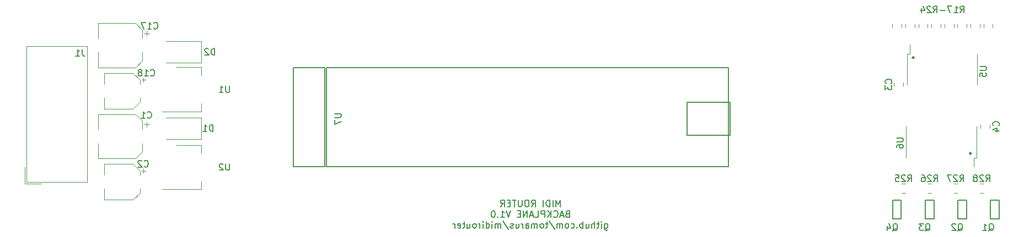
<source format=gbr>
G04 #@! TF.GenerationSoftware,KiCad,Pcbnew,5.0.2+dfsg1-1*
G04 #@! TF.CreationDate,2020-04-26T20:47:29+02:00*
G04 #@! TF.ProjectId,midirouter,6d696469-726f-4757-9465-722e6b696361,rev?*
G04 #@! TF.SameCoordinates,Original*
G04 #@! TF.FileFunction,Legend,Bot*
G04 #@! TF.FilePolarity,Positive*
%FSLAX46Y46*%
G04 Gerber Fmt 4.6, Leading zero omitted, Abs format (unit mm)*
G04 Created by KiCad (PCBNEW 5.0.2+dfsg1-1) date Sun 26 Apr 2020 08:47:29 PM CEST*
%MOMM*%
%LPD*%
G01*
G04 APERTURE LIST*
%ADD10C,0.300000*%
%ADD11C,0.150000*%
%ADD12C,0.120000*%
%ADD13C,0.152400*%
G04 APERTURE END LIST*
D10*
X172250000Y-73535714D02*
X172178571Y-73607142D01*
X172250000Y-73678571D01*
X172321428Y-73607142D01*
X172250000Y-73535714D01*
X172250000Y-73678571D01*
X163500000Y-58785714D02*
X163428571Y-58857142D01*
X163500000Y-58928571D01*
X163571428Y-58857142D01*
X163500000Y-58785714D01*
X163500000Y-58928571D01*
D11*
X109321428Y-81802380D02*
X109321428Y-80802380D01*
X108988095Y-81516666D01*
X108654761Y-80802380D01*
X108654761Y-81802380D01*
X108178571Y-81802380D02*
X108178571Y-80802380D01*
X107702380Y-81802380D02*
X107702380Y-80802380D01*
X107464285Y-80802380D01*
X107321428Y-80850000D01*
X107226190Y-80945238D01*
X107178571Y-81040476D01*
X107130952Y-81230952D01*
X107130952Y-81373809D01*
X107178571Y-81564285D01*
X107226190Y-81659523D01*
X107321428Y-81754761D01*
X107464285Y-81802380D01*
X107702380Y-81802380D01*
X106702380Y-81802380D02*
X106702380Y-80802380D01*
X104892857Y-81802380D02*
X105226190Y-81326190D01*
X105464285Y-81802380D02*
X105464285Y-80802380D01*
X105083333Y-80802380D01*
X104988095Y-80850000D01*
X104940476Y-80897619D01*
X104892857Y-80992857D01*
X104892857Y-81135714D01*
X104940476Y-81230952D01*
X104988095Y-81278571D01*
X105083333Y-81326190D01*
X105464285Y-81326190D01*
X104273809Y-80802380D02*
X104083333Y-80802380D01*
X103988095Y-80850000D01*
X103892857Y-80945238D01*
X103845238Y-81135714D01*
X103845238Y-81469047D01*
X103892857Y-81659523D01*
X103988095Y-81754761D01*
X104083333Y-81802380D01*
X104273809Y-81802380D01*
X104369047Y-81754761D01*
X104464285Y-81659523D01*
X104511904Y-81469047D01*
X104511904Y-81135714D01*
X104464285Y-80945238D01*
X104369047Y-80850000D01*
X104273809Y-80802380D01*
X103416666Y-80802380D02*
X103416666Y-81611904D01*
X103369047Y-81707142D01*
X103321428Y-81754761D01*
X103226190Y-81802380D01*
X103035714Y-81802380D01*
X102940476Y-81754761D01*
X102892857Y-81707142D01*
X102845238Y-81611904D01*
X102845238Y-80802380D01*
X102511904Y-80802380D02*
X101940476Y-80802380D01*
X102226190Y-81802380D02*
X102226190Y-80802380D01*
X101607142Y-81278571D02*
X101273809Y-81278571D01*
X101130952Y-81802380D02*
X101607142Y-81802380D01*
X101607142Y-80802380D01*
X101130952Y-80802380D01*
X100130952Y-81802380D02*
X100464285Y-81326190D01*
X100702380Y-81802380D02*
X100702380Y-80802380D01*
X100321428Y-80802380D01*
X100226190Y-80850000D01*
X100178571Y-80897619D01*
X100130952Y-80992857D01*
X100130952Y-81135714D01*
X100178571Y-81230952D01*
X100226190Y-81278571D01*
X100321428Y-81326190D01*
X100702380Y-81326190D01*
X110416666Y-82928571D02*
X110273809Y-82976190D01*
X110226190Y-83023809D01*
X110178571Y-83119047D01*
X110178571Y-83261904D01*
X110226190Y-83357142D01*
X110273809Y-83404761D01*
X110369047Y-83452380D01*
X110750000Y-83452380D01*
X110750000Y-82452380D01*
X110416666Y-82452380D01*
X110321428Y-82500000D01*
X110273809Y-82547619D01*
X110226190Y-82642857D01*
X110226190Y-82738095D01*
X110273809Y-82833333D01*
X110321428Y-82880952D01*
X110416666Y-82928571D01*
X110750000Y-82928571D01*
X109797619Y-83166666D02*
X109321428Y-83166666D01*
X109892857Y-83452380D02*
X109559523Y-82452380D01*
X109226190Y-83452380D01*
X108321428Y-83357142D02*
X108369047Y-83404761D01*
X108511904Y-83452380D01*
X108607142Y-83452380D01*
X108750000Y-83404761D01*
X108845238Y-83309523D01*
X108892857Y-83214285D01*
X108940476Y-83023809D01*
X108940476Y-82880952D01*
X108892857Y-82690476D01*
X108845238Y-82595238D01*
X108750000Y-82500000D01*
X108607142Y-82452380D01*
X108511904Y-82452380D01*
X108369047Y-82500000D01*
X108321428Y-82547619D01*
X107892857Y-83452380D02*
X107892857Y-82452380D01*
X107321428Y-83452380D02*
X107750000Y-82880952D01*
X107321428Y-82452380D02*
X107892857Y-83023809D01*
X106892857Y-83452380D02*
X106892857Y-82452380D01*
X106511904Y-82452380D01*
X106416666Y-82500000D01*
X106369047Y-82547619D01*
X106321428Y-82642857D01*
X106321428Y-82785714D01*
X106369047Y-82880952D01*
X106416666Y-82928571D01*
X106511904Y-82976190D01*
X106892857Y-82976190D01*
X105416666Y-83452380D02*
X105892857Y-83452380D01*
X105892857Y-82452380D01*
X105130952Y-83166666D02*
X104654761Y-83166666D01*
X105226190Y-83452380D02*
X104892857Y-82452380D01*
X104559523Y-83452380D01*
X104226190Y-83452380D02*
X104226190Y-82452380D01*
X103654761Y-83452380D01*
X103654761Y-82452380D01*
X103178571Y-82928571D02*
X102845238Y-82928571D01*
X102702380Y-83452380D02*
X103178571Y-83452380D01*
X103178571Y-82452380D01*
X102702380Y-82452380D01*
X101654761Y-82452380D02*
X101321428Y-83452380D01*
X100988095Y-82452380D01*
X100130952Y-83452380D02*
X100702380Y-83452380D01*
X100416666Y-83452380D02*
X100416666Y-82452380D01*
X100511904Y-82595238D01*
X100607142Y-82690476D01*
X100702380Y-82738095D01*
X99702380Y-83357142D02*
X99654761Y-83404761D01*
X99702380Y-83452380D01*
X99750000Y-83404761D01*
X99702380Y-83357142D01*
X99702380Y-83452380D01*
X99035714Y-82452380D02*
X98940476Y-82452380D01*
X98845238Y-82500000D01*
X98797619Y-82547619D01*
X98750000Y-82642857D01*
X98702380Y-82833333D01*
X98702380Y-83071428D01*
X98750000Y-83261904D01*
X98797619Y-83357142D01*
X98845238Y-83404761D01*
X98940476Y-83452380D01*
X99035714Y-83452380D01*
X99130952Y-83404761D01*
X99178571Y-83357142D01*
X99226190Y-83261904D01*
X99273809Y-83071428D01*
X99273809Y-82833333D01*
X99226190Y-82642857D01*
X99178571Y-82547619D01*
X99130952Y-82500000D01*
X99035714Y-82452380D01*
X116107142Y-84435714D02*
X116107142Y-85245238D01*
X116154761Y-85340476D01*
X116202380Y-85388095D01*
X116297619Y-85435714D01*
X116440476Y-85435714D01*
X116535714Y-85388095D01*
X116107142Y-85054761D02*
X116202380Y-85102380D01*
X116392857Y-85102380D01*
X116488095Y-85054761D01*
X116535714Y-85007142D01*
X116583333Y-84911904D01*
X116583333Y-84626190D01*
X116535714Y-84530952D01*
X116488095Y-84483333D01*
X116392857Y-84435714D01*
X116202380Y-84435714D01*
X116107142Y-84483333D01*
X115630952Y-85102380D02*
X115630952Y-84435714D01*
X115630952Y-84102380D02*
X115678571Y-84150000D01*
X115630952Y-84197619D01*
X115583333Y-84150000D01*
X115630952Y-84102380D01*
X115630952Y-84197619D01*
X115297619Y-84435714D02*
X114916666Y-84435714D01*
X115154761Y-84102380D02*
X115154761Y-84959523D01*
X115107142Y-85054761D01*
X115011904Y-85102380D01*
X114916666Y-85102380D01*
X114583333Y-85102380D02*
X114583333Y-84102380D01*
X114154761Y-85102380D02*
X114154761Y-84578571D01*
X114202380Y-84483333D01*
X114297619Y-84435714D01*
X114440476Y-84435714D01*
X114535714Y-84483333D01*
X114583333Y-84530952D01*
X113250000Y-84435714D02*
X113250000Y-85102380D01*
X113678571Y-84435714D02*
X113678571Y-84959523D01*
X113630952Y-85054761D01*
X113535714Y-85102380D01*
X113392857Y-85102380D01*
X113297619Y-85054761D01*
X113250000Y-85007142D01*
X112773809Y-85102380D02*
X112773809Y-84102380D01*
X112773809Y-84483333D02*
X112678571Y-84435714D01*
X112488095Y-84435714D01*
X112392857Y-84483333D01*
X112345238Y-84530952D01*
X112297619Y-84626190D01*
X112297619Y-84911904D01*
X112345238Y-85007142D01*
X112392857Y-85054761D01*
X112488095Y-85102380D01*
X112678571Y-85102380D01*
X112773809Y-85054761D01*
X111869047Y-85007142D02*
X111821428Y-85054761D01*
X111869047Y-85102380D01*
X111916666Y-85054761D01*
X111869047Y-85007142D01*
X111869047Y-85102380D01*
X110964285Y-85054761D02*
X111059523Y-85102380D01*
X111250000Y-85102380D01*
X111345238Y-85054761D01*
X111392857Y-85007142D01*
X111440476Y-84911904D01*
X111440476Y-84626190D01*
X111392857Y-84530952D01*
X111345238Y-84483333D01*
X111250000Y-84435714D01*
X111059523Y-84435714D01*
X110964285Y-84483333D01*
X110392857Y-85102380D02*
X110488095Y-85054761D01*
X110535714Y-85007142D01*
X110583333Y-84911904D01*
X110583333Y-84626190D01*
X110535714Y-84530952D01*
X110488095Y-84483333D01*
X110392857Y-84435714D01*
X110250000Y-84435714D01*
X110154761Y-84483333D01*
X110107142Y-84530952D01*
X110059523Y-84626190D01*
X110059523Y-84911904D01*
X110107142Y-85007142D01*
X110154761Y-85054761D01*
X110250000Y-85102380D01*
X110392857Y-85102380D01*
X109630952Y-85102380D02*
X109630952Y-84435714D01*
X109630952Y-84530952D02*
X109583333Y-84483333D01*
X109488095Y-84435714D01*
X109345238Y-84435714D01*
X109250000Y-84483333D01*
X109202380Y-84578571D01*
X109202380Y-85102380D01*
X109202380Y-84578571D02*
X109154761Y-84483333D01*
X109059523Y-84435714D01*
X108916666Y-84435714D01*
X108821428Y-84483333D01*
X108773809Y-84578571D01*
X108773809Y-85102380D01*
X107583333Y-84054761D02*
X108440476Y-85340476D01*
X107392857Y-84435714D02*
X107011904Y-84435714D01*
X107250000Y-84102380D02*
X107250000Y-84959523D01*
X107202380Y-85054761D01*
X107107142Y-85102380D01*
X107011904Y-85102380D01*
X106535714Y-85102380D02*
X106630952Y-85054761D01*
X106678571Y-85007142D01*
X106726190Y-84911904D01*
X106726190Y-84626190D01*
X106678571Y-84530952D01*
X106630952Y-84483333D01*
X106535714Y-84435714D01*
X106392857Y-84435714D01*
X106297619Y-84483333D01*
X106250000Y-84530952D01*
X106202380Y-84626190D01*
X106202380Y-84911904D01*
X106250000Y-85007142D01*
X106297619Y-85054761D01*
X106392857Y-85102380D01*
X106535714Y-85102380D01*
X105773809Y-85102380D02*
X105773809Y-84435714D01*
X105773809Y-84530952D02*
X105726190Y-84483333D01*
X105630952Y-84435714D01*
X105488095Y-84435714D01*
X105392857Y-84483333D01*
X105345238Y-84578571D01*
X105345238Y-85102380D01*
X105345238Y-84578571D02*
X105297619Y-84483333D01*
X105202380Y-84435714D01*
X105059523Y-84435714D01*
X104964285Y-84483333D01*
X104916666Y-84578571D01*
X104916666Y-85102380D01*
X104011904Y-85102380D02*
X104011904Y-84578571D01*
X104059523Y-84483333D01*
X104154761Y-84435714D01*
X104345238Y-84435714D01*
X104440476Y-84483333D01*
X104011904Y-85054761D02*
X104107142Y-85102380D01*
X104345238Y-85102380D01*
X104440476Y-85054761D01*
X104488095Y-84959523D01*
X104488095Y-84864285D01*
X104440476Y-84769047D01*
X104345238Y-84721428D01*
X104107142Y-84721428D01*
X104011904Y-84673809D01*
X103535714Y-85102380D02*
X103535714Y-84435714D01*
X103535714Y-84626190D02*
X103488095Y-84530952D01*
X103440476Y-84483333D01*
X103345238Y-84435714D01*
X103250000Y-84435714D01*
X102488095Y-84435714D02*
X102488095Y-85102380D01*
X102916666Y-84435714D02*
X102916666Y-84959523D01*
X102869047Y-85054761D01*
X102773809Y-85102380D01*
X102630952Y-85102380D01*
X102535714Y-85054761D01*
X102488095Y-85007142D01*
X102059523Y-85054761D02*
X101964285Y-85102380D01*
X101773809Y-85102380D01*
X101678571Y-85054761D01*
X101630952Y-84959523D01*
X101630952Y-84911904D01*
X101678571Y-84816666D01*
X101773809Y-84769047D01*
X101916666Y-84769047D01*
X102011904Y-84721428D01*
X102059523Y-84626190D01*
X102059523Y-84578571D01*
X102011904Y-84483333D01*
X101916666Y-84435714D01*
X101773809Y-84435714D01*
X101678571Y-84483333D01*
X100488095Y-84054761D02*
X101345238Y-85340476D01*
X100154761Y-85102380D02*
X100154761Y-84435714D01*
X100154761Y-84530952D02*
X100107142Y-84483333D01*
X100011904Y-84435714D01*
X99869047Y-84435714D01*
X99773809Y-84483333D01*
X99726190Y-84578571D01*
X99726190Y-85102380D01*
X99726190Y-84578571D02*
X99678571Y-84483333D01*
X99583333Y-84435714D01*
X99440476Y-84435714D01*
X99345238Y-84483333D01*
X99297619Y-84578571D01*
X99297619Y-85102380D01*
X98821428Y-85102380D02*
X98821428Y-84435714D01*
X98821428Y-84102380D02*
X98869047Y-84150000D01*
X98821428Y-84197619D01*
X98773809Y-84150000D01*
X98821428Y-84102380D01*
X98821428Y-84197619D01*
X97916666Y-85102380D02*
X97916666Y-84102380D01*
X97916666Y-85054761D02*
X98011904Y-85102380D01*
X98202380Y-85102380D01*
X98297619Y-85054761D01*
X98345238Y-85007142D01*
X98392857Y-84911904D01*
X98392857Y-84626190D01*
X98345238Y-84530952D01*
X98297619Y-84483333D01*
X98202380Y-84435714D01*
X98011904Y-84435714D01*
X97916666Y-84483333D01*
X97440476Y-85102380D02*
X97440476Y-84435714D01*
X97440476Y-84102380D02*
X97488095Y-84150000D01*
X97440476Y-84197619D01*
X97392857Y-84150000D01*
X97440476Y-84102380D01*
X97440476Y-84197619D01*
X96964285Y-85102380D02*
X96964285Y-84435714D01*
X96964285Y-84626190D02*
X96916666Y-84530952D01*
X96869047Y-84483333D01*
X96773809Y-84435714D01*
X96678571Y-84435714D01*
X96202380Y-85102380D02*
X96297619Y-85054761D01*
X96345238Y-85007142D01*
X96392857Y-84911904D01*
X96392857Y-84626190D01*
X96345238Y-84530952D01*
X96297619Y-84483333D01*
X96202380Y-84435714D01*
X96059523Y-84435714D01*
X95964285Y-84483333D01*
X95916666Y-84530952D01*
X95869047Y-84626190D01*
X95869047Y-84911904D01*
X95916666Y-85007142D01*
X95964285Y-85054761D01*
X96059523Y-85102380D01*
X96202380Y-85102380D01*
X95011904Y-84435714D02*
X95011904Y-85102380D01*
X95440476Y-84435714D02*
X95440476Y-84959523D01*
X95392857Y-85054761D01*
X95297619Y-85102380D01*
X95154761Y-85102380D01*
X95059523Y-85054761D01*
X95011904Y-85007142D01*
X94678571Y-84435714D02*
X94297619Y-84435714D01*
X94535714Y-84102380D02*
X94535714Y-84959523D01*
X94488095Y-85054761D01*
X94392857Y-85102380D01*
X94297619Y-85102380D01*
X93583333Y-85054761D02*
X93678571Y-85102380D01*
X93869047Y-85102380D01*
X93964285Y-85054761D01*
X94011904Y-84959523D01*
X94011904Y-84578571D01*
X93964285Y-84483333D01*
X93869047Y-84435714D01*
X93678571Y-84435714D01*
X93583333Y-84483333D01*
X93535714Y-84578571D01*
X93535714Y-84673809D01*
X94011904Y-84769047D01*
X93107142Y-85102380D02*
X93107142Y-84435714D01*
X93107142Y-84626190D02*
X93059523Y-84530952D01*
X93011904Y-84483333D01*
X92916666Y-84435714D01*
X92821428Y-84435714D01*
X170714285Y-51952380D02*
X171047619Y-51476190D01*
X171285714Y-51952380D02*
X171285714Y-50952380D01*
X170904761Y-50952380D01*
X170809523Y-51000000D01*
X170761904Y-51047619D01*
X170714285Y-51142857D01*
X170714285Y-51285714D01*
X170761904Y-51380952D01*
X170809523Y-51428571D01*
X170904761Y-51476190D01*
X171285714Y-51476190D01*
X169761904Y-51952380D02*
X170333333Y-51952380D01*
X170047619Y-51952380D02*
X170047619Y-50952380D01*
X170142857Y-51095238D01*
X170238095Y-51190476D01*
X170333333Y-51238095D01*
X169428571Y-50952380D02*
X168761904Y-50952380D01*
X169190476Y-51952380D01*
X168380952Y-51571428D02*
X167619047Y-51571428D01*
X166571428Y-51952380D02*
X166904761Y-51476190D01*
X167142857Y-51952380D02*
X167142857Y-50952380D01*
X166761904Y-50952380D01*
X166666666Y-51000000D01*
X166619047Y-51047619D01*
X166571428Y-51142857D01*
X166571428Y-51285714D01*
X166619047Y-51380952D01*
X166666666Y-51428571D01*
X166761904Y-51476190D01*
X167142857Y-51476190D01*
X166190476Y-51047619D02*
X166142857Y-51000000D01*
X166047619Y-50952380D01*
X165809523Y-50952380D01*
X165714285Y-51000000D01*
X165666666Y-51047619D01*
X165619047Y-51142857D01*
X165619047Y-51238095D01*
X165666666Y-51380952D01*
X166238095Y-51952380D01*
X165619047Y-51952380D01*
X164761904Y-51285714D02*
X164761904Y-51952380D01*
X165000000Y-50904761D02*
X165238095Y-51619047D01*
X164619047Y-51619047D01*
D12*
G04 #@! TO.C,J1*
X36679000Y-77994000D02*
X36679000Y-57134000D01*
X36679000Y-57134000D02*
X27329000Y-57134000D01*
X27329000Y-57134000D02*
X27329000Y-77994000D01*
X27329000Y-77994000D02*
X36679000Y-77994000D01*
X27079000Y-78244000D02*
X27079000Y-75704000D01*
X27079000Y-78244000D02*
X29619000Y-78244000D01*
D11*
G04 #@! TO.C,U7*
X73174000Y-60396000D02*
X68348000Y-60396000D01*
X68348000Y-60396000D02*
X68348000Y-75636000D01*
X68348000Y-75636000D02*
X73174000Y-75636000D01*
X73174000Y-75636000D02*
X73174000Y-60396000D01*
X135404000Y-65730000D02*
X128800000Y-65730000D01*
X128800000Y-65730000D02*
X128800000Y-70810000D01*
X128800000Y-70810000D02*
X135404000Y-70810000D01*
X135404000Y-70810000D02*
X135404000Y-65730000D01*
X73428000Y-60396000D02*
X135150000Y-60396000D01*
X135150000Y-60396000D02*
X135150000Y-75636000D01*
X135150000Y-75636000D02*
X73428000Y-75636000D01*
X73428000Y-75636000D02*
X73428000Y-60396000D01*
D12*
G04 #@! TO.C,U5*
X173340000Y-58280000D02*
X173340000Y-63080000D01*
X162540000Y-58280000D02*
X162540000Y-63080000D01*
X162940000Y-58280000D02*
X162940000Y-56880000D01*
X162540000Y-58280000D02*
X162940000Y-58280000D01*
G04 #@! TO.C,U6*
X173210000Y-74265000D02*
X172810000Y-74265000D01*
X172810000Y-74265000D02*
X172810000Y-75665000D01*
X173210000Y-74265000D02*
X173210000Y-69465000D01*
X162410000Y-74265000D02*
X162410000Y-69465000D01*
D13*
G04 #@! TO.C,Q1*
X176660400Y-80827600D02*
X175339600Y-80827600D01*
X175339600Y-80827600D02*
X175339600Y-83672400D01*
X175339600Y-83672400D02*
X176660400Y-83672400D01*
X176660400Y-83672400D02*
X176660400Y-80827600D01*
G04 #@! TO.C,Q2*
X171660400Y-83672400D02*
X171660400Y-80827600D01*
X170339600Y-83672400D02*
X171660400Y-83672400D01*
X170339600Y-80827600D02*
X170339600Y-83672400D01*
X171660400Y-80827600D02*
X170339600Y-80827600D01*
G04 #@! TO.C,Q3*
X166660400Y-80827600D02*
X165339600Y-80827600D01*
X165339600Y-80827600D02*
X165339600Y-83672400D01*
X165339600Y-83672400D02*
X166660400Y-83672400D01*
X166660400Y-83672400D02*
X166660400Y-80827600D01*
G04 #@! TO.C,Q4*
X161660400Y-80827600D02*
X160339600Y-80827600D01*
X160339600Y-80827600D02*
X160339600Y-83672400D01*
X160339600Y-83672400D02*
X161660400Y-83672400D01*
X161660400Y-83672400D02*
X161660400Y-80827600D01*
D12*
G04 #@! TO.C,R25*
X161738748Y-79710000D02*
X162261252Y-79710000D01*
X161738748Y-78290000D02*
X162261252Y-78290000D01*
G04 #@! TO.C,R26*
X165738748Y-79710000D02*
X166261252Y-79710000D01*
X165738748Y-78290000D02*
X166261252Y-78290000D01*
G04 #@! TO.C,R27*
X169738748Y-78290000D02*
X170261252Y-78290000D01*
X169738748Y-79710000D02*
X170261252Y-79710000D01*
G04 #@! TO.C,R28*
X173738748Y-79710000D02*
X174261252Y-79710000D01*
X173738748Y-78290000D02*
X174261252Y-78290000D01*
G04 #@! TO.C,R17*
X160290000Y-53738748D02*
X160290000Y-54261252D01*
X161710000Y-53738748D02*
X161710000Y-54261252D01*
G04 #@! TO.C,R18*
X163710000Y-53738748D02*
X163710000Y-54261252D01*
X162290000Y-53738748D02*
X162290000Y-54261252D01*
G04 #@! TO.C,R19*
X164290000Y-53738748D02*
X164290000Y-54261252D01*
X165710000Y-53738748D02*
X165710000Y-54261252D01*
G04 #@! TO.C,R20*
X167710000Y-53738748D02*
X167710000Y-54261252D01*
X166290000Y-53738748D02*
X166290000Y-54261252D01*
G04 #@! TO.C,R21*
X168290000Y-53738748D02*
X168290000Y-54261252D01*
X169710000Y-53738748D02*
X169710000Y-54261252D01*
G04 #@! TO.C,R22*
X171710000Y-53738748D02*
X171710000Y-54261252D01*
X170290000Y-53738748D02*
X170290000Y-54261252D01*
G04 #@! TO.C,R23*
X172290000Y-53738748D02*
X172290000Y-54261252D01*
X173710000Y-53738748D02*
X173710000Y-54261252D01*
G04 #@! TO.C,R24*
X175710000Y-53738748D02*
X175710000Y-54261252D01*
X174290000Y-53738748D02*
X174290000Y-54261252D01*
G04 #@! TO.C,U1*
X54160000Y-60340000D02*
X54160000Y-61600000D01*
X54160000Y-67160000D02*
X54160000Y-65900000D01*
X50400000Y-60340000D02*
X54160000Y-60340000D01*
X48150000Y-67160000D02*
X54160000Y-67160000D01*
G04 #@! TO.C,U2*
X48150000Y-79160000D02*
X54160000Y-79160000D01*
X50400000Y-72340000D02*
X54160000Y-72340000D01*
X54160000Y-79160000D02*
X54160000Y-77900000D01*
X54160000Y-72340000D02*
X54160000Y-73600000D01*
G04 #@! TO.C,D1*
X54150000Y-68100000D02*
X54150000Y-71400000D01*
X54150000Y-71400000D02*
X48750000Y-71400000D01*
X54150000Y-68100000D02*
X48750000Y-68100000D01*
G04 #@! TO.C,D2*
X54150000Y-56350000D02*
X48750000Y-56350000D01*
X54150000Y-59650000D02*
X48750000Y-59650000D01*
X54150000Y-56350000D02*
X54150000Y-59650000D01*
G04 #@! TO.C,C3*
X161960000Y-63258578D02*
X161960000Y-62741422D01*
X160540000Y-63258578D02*
X160540000Y-62741422D01*
G04 #@! TO.C,C4*
X175210000Y-69241422D02*
X175210000Y-69758578D01*
X173790000Y-69241422D02*
X173790000Y-69758578D01*
G04 #@! TO.C,C1*
X45793750Y-68758750D02*
X45793750Y-69546250D01*
X46187500Y-69152500D02*
X45400000Y-69152500D01*
X45160000Y-73345563D02*
X44095563Y-74410000D01*
X45160000Y-68654437D02*
X44095563Y-67590000D01*
X45160000Y-68654437D02*
X45160000Y-69940000D01*
X45160000Y-73345563D02*
X45160000Y-72060000D01*
X44095563Y-74410000D02*
X38340000Y-74410000D01*
X44095563Y-67590000D02*
X38340000Y-67590000D01*
X38340000Y-67590000D02*
X38340000Y-69940000D01*
X38340000Y-74410000D02*
X38340000Y-72060000D01*
G04 #@! TO.C,C2*
X45312500Y-76002500D02*
X45312500Y-76627500D01*
X45625000Y-76315000D02*
X45000000Y-76315000D01*
X44760000Y-79695563D02*
X43695563Y-80760000D01*
X44760000Y-76304437D02*
X43695563Y-75240000D01*
X44760000Y-76304437D02*
X44760000Y-76940000D01*
X44760000Y-79695563D02*
X44760000Y-79060000D01*
X43695563Y-80760000D02*
X39240000Y-80760000D01*
X43695563Y-75240000D02*
X39240000Y-75240000D01*
X39240000Y-75240000D02*
X39240000Y-76940000D01*
X39240000Y-80760000D02*
X39240000Y-79060000D01*
G04 #@! TO.C,C17*
X38340000Y-60410000D02*
X38340000Y-58060000D01*
X38340000Y-53590000D02*
X38340000Y-55940000D01*
X44095563Y-53590000D02*
X38340000Y-53590000D01*
X44095563Y-60410000D02*
X38340000Y-60410000D01*
X45160000Y-59345563D02*
X45160000Y-58060000D01*
X45160000Y-54654437D02*
X45160000Y-55940000D01*
X45160000Y-54654437D02*
X44095563Y-53590000D01*
X45160000Y-59345563D02*
X44095563Y-60410000D01*
X46187500Y-55152500D02*
X45400000Y-55152500D01*
X45793750Y-54758750D02*
X45793750Y-55546250D01*
G04 #@! TO.C,C18*
X39240000Y-66760000D02*
X39240000Y-65060000D01*
X39240000Y-61240000D02*
X39240000Y-62940000D01*
X43695563Y-61240000D02*
X39240000Y-61240000D01*
X43695563Y-66760000D02*
X39240000Y-66760000D01*
X44760000Y-65695563D02*
X44760000Y-65060000D01*
X44760000Y-62304437D02*
X44760000Y-62940000D01*
X44760000Y-62304437D02*
X43695563Y-61240000D01*
X44760000Y-65695563D02*
X43695563Y-66760000D01*
X45625000Y-62315000D02*
X45000000Y-62315000D01*
X45312500Y-62002500D02*
X45312500Y-62627500D01*
G04 #@! TO.C,J1*
D11*
X35893333Y-57618380D02*
X35893333Y-58332666D01*
X35940952Y-58475523D01*
X36036190Y-58570761D01*
X36179047Y-58618380D01*
X36274285Y-58618380D01*
X34893333Y-58618380D02*
X35464761Y-58618380D01*
X35179047Y-58618380D02*
X35179047Y-57618380D01*
X35274285Y-57761238D01*
X35369523Y-57856476D01*
X35464761Y-57904095D01*
G04 #@! TO.C,U7*
X74658380Y-67508095D02*
X75467904Y-67508095D01*
X75563142Y-67555714D01*
X75610761Y-67603333D01*
X75658380Y-67698571D01*
X75658380Y-67889047D01*
X75610761Y-67984285D01*
X75563142Y-68031904D01*
X75467904Y-68079523D01*
X74658380Y-68079523D01*
X74658380Y-68460476D02*
X74658380Y-69127142D01*
X75658380Y-68698571D01*
G04 #@! TO.C,U5*
X173702380Y-60238095D02*
X174511904Y-60238095D01*
X174607142Y-60285714D01*
X174654761Y-60333333D01*
X174702380Y-60428571D01*
X174702380Y-60619047D01*
X174654761Y-60714285D01*
X174607142Y-60761904D01*
X174511904Y-60809523D01*
X173702380Y-60809523D01*
X173702380Y-61761904D02*
X173702380Y-61285714D01*
X174178571Y-61238095D01*
X174130952Y-61285714D01*
X174083333Y-61380952D01*
X174083333Y-61619047D01*
X174130952Y-61714285D01*
X174178571Y-61761904D01*
X174273809Y-61809523D01*
X174511904Y-61809523D01*
X174607142Y-61761904D01*
X174654761Y-61714285D01*
X174702380Y-61619047D01*
X174702380Y-61380952D01*
X174654761Y-61285714D01*
X174607142Y-61238095D01*
G04 #@! TO.C,U6*
X160952380Y-71238095D02*
X161761904Y-71238095D01*
X161857142Y-71285714D01*
X161904761Y-71333333D01*
X161952380Y-71428571D01*
X161952380Y-71619047D01*
X161904761Y-71714285D01*
X161857142Y-71761904D01*
X161761904Y-71809523D01*
X160952380Y-71809523D01*
X160952380Y-72714285D02*
X160952380Y-72523809D01*
X161000000Y-72428571D01*
X161047619Y-72380952D01*
X161190476Y-72285714D01*
X161380952Y-72238095D01*
X161761904Y-72238095D01*
X161857142Y-72285714D01*
X161904761Y-72333333D01*
X161952380Y-72428571D01*
X161952380Y-72619047D01*
X161904761Y-72714285D01*
X161857142Y-72761904D01*
X161761904Y-72809523D01*
X161523809Y-72809523D01*
X161428571Y-72761904D01*
X161380952Y-72714285D01*
X161333333Y-72619047D01*
X161333333Y-72428571D01*
X161380952Y-72333333D01*
X161428571Y-72285714D01*
X161523809Y-72238095D01*
G04 #@! TO.C,Q1*
X175095301Y-85547985D02*
X175190603Y-85500335D01*
X175285905Y-85405033D01*
X175428858Y-85262080D01*
X175524160Y-85214429D01*
X175619462Y-85214429D01*
X175571811Y-85452684D02*
X175667113Y-85405033D01*
X175762415Y-85309731D01*
X175810066Y-85119127D01*
X175810066Y-84785570D01*
X175762415Y-84594966D01*
X175667113Y-84499665D01*
X175571811Y-84452014D01*
X175381207Y-84452014D01*
X175285905Y-84499665D01*
X175190603Y-84594966D01*
X175142952Y-84785570D01*
X175142952Y-85119127D01*
X175190603Y-85309731D01*
X175285905Y-85405033D01*
X175381207Y-85452684D01*
X175571811Y-85452684D01*
X174189933Y-85452684D02*
X174761745Y-85452684D01*
X174475839Y-85452684D02*
X174475839Y-84452014D01*
X174571141Y-84594966D01*
X174666443Y-84690268D01*
X174761745Y-84737919D01*
G04 #@! TO.C,Q2*
X170345301Y-85547985D02*
X170440603Y-85500335D01*
X170535905Y-85405033D01*
X170678858Y-85262080D01*
X170774160Y-85214429D01*
X170869462Y-85214429D01*
X170821811Y-85452684D02*
X170917113Y-85405033D01*
X171012415Y-85309731D01*
X171060066Y-85119127D01*
X171060066Y-84785570D01*
X171012415Y-84594966D01*
X170917113Y-84499665D01*
X170821811Y-84452014D01*
X170631207Y-84452014D01*
X170535905Y-84499665D01*
X170440603Y-84594966D01*
X170392952Y-84785570D01*
X170392952Y-85119127D01*
X170440603Y-85309731D01*
X170535905Y-85405033D01*
X170631207Y-85452684D01*
X170821811Y-85452684D01*
X170011745Y-84547315D02*
X169964094Y-84499665D01*
X169868792Y-84452014D01*
X169630537Y-84452014D01*
X169535235Y-84499665D01*
X169487584Y-84547315D01*
X169439933Y-84642617D01*
X169439933Y-84737919D01*
X169487584Y-84880872D01*
X170059396Y-85452684D01*
X169439933Y-85452684D01*
G04 #@! TO.C,Q3*
X165345301Y-85547985D02*
X165440603Y-85500335D01*
X165535905Y-85405033D01*
X165678858Y-85262080D01*
X165774160Y-85214429D01*
X165869462Y-85214429D01*
X165821811Y-85452684D02*
X165917113Y-85405033D01*
X166012415Y-85309731D01*
X166060066Y-85119127D01*
X166060066Y-84785570D01*
X166012415Y-84594966D01*
X165917113Y-84499665D01*
X165821811Y-84452014D01*
X165631207Y-84452014D01*
X165535905Y-84499665D01*
X165440603Y-84594966D01*
X165392952Y-84785570D01*
X165392952Y-85119127D01*
X165440603Y-85309731D01*
X165535905Y-85405033D01*
X165631207Y-85452684D01*
X165821811Y-85452684D01*
X165059396Y-84452014D02*
X164439933Y-84452014D01*
X164773490Y-84833221D01*
X164630537Y-84833221D01*
X164535235Y-84880872D01*
X164487584Y-84928523D01*
X164439933Y-85023825D01*
X164439933Y-85262080D01*
X164487584Y-85357382D01*
X164535235Y-85405033D01*
X164630537Y-85452684D01*
X164916443Y-85452684D01*
X165011745Y-85405033D01*
X165059396Y-85357382D01*
G04 #@! TO.C,Q4*
X160345301Y-85547985D02*
X160440603Y-85500335D01*
X160535905Y-85405033D01*
X160678858Y-85262080D01*
X160774160Y-85214429D01*
X160869462Y-85214429D01*
X160821811Y-85452684D02*
X160917113Y-85405033D01*
X161012415Y-85309731D01*
X161060066Y-85119127D01*
X161060066Y-84785570D01*
X161012415Y-84594966D01*
X160917113Y-84499665D01*
X160821811Y-84452014D01*
X160631207Y-84452014D01*
X160535905Y-84499665D01*
X160440603Y-84594966D01*
X160392952Y-84785570D01*
X160392952Y-85119127D01*
X160440603Y-85309731D01*
X160535905Y-85405033D01*
X160631207Y-85452684D01*
X160821811Y-85452684D01*
X159535235Y-84785570D02*
X159535235Y-85452684D01*
X159773490Y-84404363D02*
X160011745Y-85119127D01*
X159392282Y-85119127D01*
G04 #@! TO.C,R25*
X162642857Y-77952380D02*
X162976190Y-77476190D01*
X163214285Y-77952380D02*
X163214285Y-76952380D01*
X162833333Y-76952380D01*
X162738095Y-77000000D01*
X162690476Y-77047619D01*
X162642857Y-77142857D01*
X162642857Y-77285714D01*
X162690476Y-77380952D01*
X162738095Y-77428571D01*
X162833333Y-77476190D01*
X163214285Y-77476190D01*
X162261904Y-77047619D02*
X162214285Y-77000000D01*
X162119047Y-76952380D01*
X161880952Y-76952380D01*
X161785714Y-77000000D01*
X161738095Y-77047619D01*
X161690476Y-77142857D01*
X161690476Y-77238095D01*
X161738095Y-77380952D01*
X162309523Y-77952380D01*
X161690476Y-77952380D01*
X160785714Y-76952380D02*
X161261904Y-76952380D01*
X161309523Y-77428571D01*
X161261904Y-77380952D01*
X161166666Y-77333333D01*
X160928571Y-77333333D01*
X160833333Y-77380952D01*
X160785714Y-77428571D01*
X160738095Y-77523809D01*
X160738095Y-77761904D01*
X160785714Y-77857142D01*
X160833333Y-77904761D01*
X160928571Y-77952380D01*
X161166666Y-77952380D01*
X161261904Y-77904761D01*
X161309523Y-77857142D01*
G04 #@! TO.C,R26*
X166642857Y-77952380D02*
X166976190Y-77476190D01*
X167214285Y-77952380D02*
X167214285Y-76952380D01*
X166833333Y-76952380D01*
X166738095Y-77000000D01*
X166690476Y-77047619D01*
X166642857Y-77142857D01*
X166642857Y-77285714D01*
X166690476Y-77380952D01*
X166738095Y-77428571D01*
X166833333Y-77476190D01*
X167214285Y-77476190D01*
X166261904Y-77047619D02*
X166214285Y-77000000D01*
X166119047Y-76952380D01*
X165880952Y-76952380D01*
X165785714Y-77000000D01*
X165738095Y-77047619D01*
X165690476Y-77142857D01*
X165690476Y-77238095D01*
X165738095Y-77380952D01*
X166309523Y-77952380D01*
X165690476Y-77952380D01*
X164833333Y-76952380D02*
X165023809Y-76952380D01*
X165119047Y-77000000D01*
X165166666Y-77047619D01*
X165261904Y-77190476D01*
X165309523Y-77380952D01*
X165309523Y-77761904D01*
X165261904Y-77857142D01*
X165214285Y-77904761D01*
X165119047Y-77952380D01*
X164928571Y-77952380D01*
X164833333Y-77904761D01*
X164785714Y-77857142D01*
X164738095Y-77761904D01*
X164738095Y-77523809D01*
X164785714Y-77428571D01*
X164833333Y-77380952D01*
X164928571Y-77333333D01*
X165119047Y-77333333D01*
X165214285Y-77380952D01*
X165261904Y-77428571D01*
X165309523Y-77523809D01*
G04 #@! TO.C,R27*
X170642857Y-77952380D02*
X170976190Y-77476190D01*
X171214285Y-77952380D02*
X171214285Y-76952380D01*
X170833333Y-76952380D01*
X170738095Y-77000000D01*
X170690476Y-77047619D01*
X170642857Y-77142857D01*
X170642857Y-77285714D01*
X170690476Y-77380952D01*
X170738095Y-77428571D01*
X170833333Y-77476190D01*
X171214285Y-77476190D01*
X170261904Y-77047619D02*
X170214285Y-77000000D01*
X170119047Y-76952380D01*
X169880952Y-76952380D01*
X169785714Y-77000000D01*
X169738095Y-77047619D01*
X169690476Y-77142857D01*
X169690476Y-77238095D01*
X169738095Y-77380952D01*
X170309523Y-77952380D01*
X169690476Y-77952380D01*
X169357142Y-76952380D02*
X168690476Y-76952380D01*
X169119047Y-77952380D01*
G04 #@! TO.C,R28*
X174642857Y-77952380D02*
X174976190Y-77476190D01*
X175214285Y-77952380D02*
X175214285Y-76952380D01*
X174833333Y-76952380D01*
X174738095Y-77000000D01*
X174690476Y-77047619D01*
X174642857Y-77142857D01*
X174642857Y-77285714D01*
X174690476Y-77380952D01*
X174738095Y-77428571D01*
X174833333Y-77476190D01*
X175214285Y-77476190D01*
X174261904Y-77047619D02*
X174214285Y-77000000D01*
X174119047Y-76952380D01*
X173880952Y-76952380D01*
X173785714Y-77000000D01*
X173738095Y-77047619D01*
X173690476Y-77142857D01*
X173690476Y-77238095D01*
X173738095Y-77380952D01*
X174309523Y-77952380D01*
X173690476Y-77952380D01*
X173119047Y-77380952D02*
X173214285Y-77333333D01*
X173261904Y-77285714D01*
X173309523Y-77190476D01*
X173309523Y-77142857D01*
X173261904Y-77047619D01*
X173214285Y-77000000D01*
X173119047Y-76952380D01*
X172928571Y-76952380D01*
X172833333Y-77000000D01*
X172785714Y-77047619D01*
X172738095Y-77142857D01*
X172738095Y-77190476D01*
X172785714Y-77285714D01*
X172833333Y-77333333D01*
X172928571Y-77380952D01*
X173119047Y-77380952D01*
X173214285Y-77428571D01*
X173261904Y-77476190D01*
X173309523Y-77571428D01*
X173309523Y-77761904D01*
X173261904Y-77857142D01*
X173214285Y-77904761D01*
X173119047Y-77952380D01*
X172928571Y-77952380D01*
X172833333Y-77904761D01*
X172785714Y-77857142D01*
X172738095Y-77761904D01*
X172738095Y-77571428D01*
X172785714Y-77476190D01*
X172833333Y-77428571D01*
X172928571Y-77380952D01*
G04 #@! TO.C,U1*
X58511904Y-63202380D02*
X58511904Y-64011904D01*
X58464285Y-64107142D01*
X58416666Y-64154761D01*
X58321428Y-64202380D01*
X58130952Y-64202380D01*
X58035714Y-64154761D01*
X57988095Y-64107142D01*
X57940476Y-64011904D01*
X57940476Y-63202380D01*
X56940476Y-64202380D02*
X57511904Y-64202380D01*
X57226190Y-64202380D02*
X57226190Y-63202380D01*
X57321428Y-63345238D01*
X57416666Y-63440476D01*
X57511904Y-63488095D01*
G04 #@! TO.C,U2*
X58511904Y-75202380D02*
X58511904Y-76011904D01*
X58464285Y-76107142D01*
X58416666Y-76154761D01*
X58321428Y-76202380D01*
X58130952Y-76202380D01*
X58035714Y-76154761D01*
X57988095Y-76107142D01*
X57940476Y-76011904D01*
X57940476Y-75202380D01*
X57511904Y-75297619D02*
X57464285Y-75250000D01*
X57369047Y-75202380D01*
X57130952Y-75202380D01*
X57035714Y-75250000D01*
X56988095Y-75297619D01*
X56940476Y-75392857D01*
X56940476Y-75488095D01*
X56988095Y-75630952D01*
X57559523Y-76202380D01*
X56940476Y-76202380D01*
G04 #@! TO.C,D1*
X55988095Y-70202380D02*
X55988095Y-69202380D01*
X55750000Y-69202380D01*
X55607142Y-69250000D01*
X55511904Y-69345238D01*
X55464285Y-69440476D01*
X55416666Y-69630952D01*
X55416666Y-69773809D01*
X55464285Y-69964285D01*
X55511904Y-70059523D01*
X55607142Y-70154761D01*
X55750000Y-70202380D01*
X55988095Y-70202380D01*
X54464285Y-70202380D02*
X55035714Y-70202380D01*
X54750000Y-70202380D02*
X54750000Y-69202380D01*
X54845238Y-69345238D01*
X54940476Y-69440476D01*
X55035714Y-69488095D01*
G04 #@! TO.C,D2*
X56238095Y-58452380D02*
X56238095Y-57452380D01*
X56000000Y-57452380D01*
X55857142Y-57500000D01*
X55761904Y-57595238D01*
X55714285Y-57690476D01*
X55666666Y-57880952D01*
X55666666Y-58023809D01*
X55714285Y-58214285D01*
X55761904Y-58309523D01*
X55857142Y-58404761D01*
X56000000Y-58452380D01*
X56238095Y-58452380D01*
X55285714Y-57547619D02*
X55238095Y-57500000D01*
X55142857Y-57452380D01*
X54904761Y-57452380D01*
X54809523Y-57500000D01*
X54761904Y-57547619D01*
X54714285Y-57642857D01*
X54714285Y-57738095D01*
X54761904Y-57880952D01*
X55333333Y-58452380D01*
X54714285Y-58452380D01*
G04 #@! TO.C,C3*
X160107142Y-62833333D02*
X160154761Y-62785714D01*
X160202380Y-62642857D01*
X160202380Y-62547619D01*
X160154761Y-62404761D01*
X160059523Y-62309523D01*
X159964285Y-62261904D01*
X159773809Y-62214285D01*
X159630952Y-62214285D01*
X159440476Y-62261904D01*
X159345238Y-62309523D01*
X159250000Y-62404761D01*
X159202380Y-62547619D01*
X159202380Y-62642857D01*
X159250000Y-62785714D01*
X159297619Y-62833333D01*
X159202380Y-63166666D02*
X159202380Y-63785714D01*
X159583333Y-63452380D01*
X159583333Y-63595238D01*
X159630952Y-63690476D01*
X159678571Y-63738095D01*
X159773809Y-63785714D01*
X160011904Y-63785714D01*
X160107142Y-63738095D01*
X160154761Y-63690476D01*
X160202380Y-63595238D01*
X160202380Y-63309523D01*
X160154761Y-63214285D01*
X160107142Y-63166666D01*
G04 #@! TO.C,C4*
X176607142Y-69333333D02*
X176654761Y-69285714D01*
X176702380Y-69142857D01*
X176702380Y-69047619D01*
X176654761Y-68904761D01*
X176559523Y-68809523D01*
X176464285Y-68761904D01*
X176273809Y-68714285D01*
X176130952Y-68714285D01*
X175940476Y-68761904D01*
X175845238Y-68809523D01*
X175750000Y-68904761D01*
X175702380Y-69047619D01*
X175702380Y-69142857D01*
X175750000Y-69285714D01*
X175797619Y-69333333D01*
X176035714Y-70190476D02*
X176702380Y-70190476D01*
X175654761Y-69952380D02*
X176369047Y-69714285D01*
X176369047Y-70333333D01*
G04 #@! TO.C,C1*
X45916666Y-68107142D02*
X45964285Y-68154761D01*
X46107142Y-68202380D01*
X46202380Y-68202380D01*
X46345238Y-68154761D01*
X46440476Y-68059523D01*
X46488095Y-67964285D01*
X46535714Y-67773809D01*
X46535714Y-67630952D01*
X46488095Y-67440476D01*
X46440476Y-67345238D01*
X46345238Y-67250000D01*
X46202380Y-67202380D01*
X46107142Y-67202380D01*
X45964285Y-67250000D01*
X45916666Y-67297619D01*
X44964285Y-68202380D02*
X45535714Y-68202380D01*
X45250000Y-68202380D02*
X45250000Y-67202380D01*
X45345238Y-67345238D01*
X45440476Y-67440476D01*
X45535714Y-67488095D01*
G04 #@! TO.C,C2*
X45416666Y-75607142D02*
X45464285Y-75654761D01*
X45607142Y-75702380D01*
X45702380Y-75702380D01*
X45845238Y-75654761D01*
X45940476Y-75559523D01*
X45988095Y-75464285D01*
X46035714Y-75273809D01*
X46035714Y-75130952D01*
X45988095Y-74940476D01*
X45940476Y-74845238D01*
X45845238Y-74750000D01*
X45702380Y-74702380D01*
X45607142Y-74702380D01*
X45464285Y-74750000D01*
X45416666Y-74797619D01*
X45035714Y-74797619D02*
X44988095Y-74750000D01*
X44892857Y-74702380D01*
X44654761Y-74702380D01*
X44559523Y-74750000D01*
X44511904Y-74797619D01*
X44464285Y-74892857D01*
X44464285Y-74988095D01*
X44511904Y-75130952D01*
X45083333Y-75702380D01*
X44464285Y-75702380D01*
G04 #@! TO.C,C17*
X46892857Y-54357142D02*
X46940476Y-54404761D01*
X47083333Y-54452380D01*
X47178571Y-54452380D01*
X47321428Y-54404761D01*
X47416666Y-54309523D01*
X47464285Y-54214285D01*
X47511904Y-54023809D01*
X47511904Y-53880952D01*
X47464285Y-53690476D01*
X47416666Y-53595238D01*
X47321428Y-53500000D01*
X47178571Y-53452380D01*
X47083333Y-53452380D01*
X46940476Y-53500000D01*
X46892857Y-53547619D01*
X45940476Y-54452380D02*
X46511904Y-54452380D01*
X46226190Y-54452380D02*
X46226190Y-53452380D01*
X46321428Y-53595238D01*
X46416666Y-53690476D01*
X46511904Y-53738095D01*
X45607142Y-53452380D02*
X44940476Y-53452380D01*
X45369047Y-54452380D01*
G04 #@! TO.C,C18*
X46392857Y-61607142D02*
X46440476Y-61654761D01*
X46583333Y-61702380D01*
X46678571Y-61702380D01*
X46821428Y-61654761D01*
X46916666Y-61559523D01*
X46964285Y-61464285D01*
X47011904Y-61273809D01*
X47011904Y-61130952D01*
X46964285Y-60940476D01*
X46916666Y-60845238D01*
X46821428Y-60750000D01*
X46678571Y-60702380D01*
X46583333Y-60702380D01*
X46440476Y-60750000D01*
X46392857Y-60797619D01*
X45440476Y-61702380D02*
X46011904Y-61702380D01*
X45726190Y-61702380D02*
X45726190Y-60702380D01*
X45821428Y-60845238D01*
X45916666Y-60940476D01*
X46011904Y-60988095D01*
X44869047Y-61130952D02*
X44964285Y-61083333D01*
X45011904Y-61035714D01*
X45059523Y-60940476D01*
X45059523Y-60892857D01*
X45011904Y-60797619D01*
X44964285Y-60750000D01*
X44869047Y-60702380D01*
X44678571Y-60702380D01*
X44583333Y-60750000D01*
X44535714Y-60797619D01*
X44488095Y-60892857D01*
X44488095Y-60940476D01*
X44535714Y-61035714D01*
X44583333Y-61083333D01*
X44678571Y-61130952D01*
X44869047Y-61130952D01*
X44964285Y-61178571D01*
X45011904Y-61226190D01*
X45059523Y-61321428D01*
X45059523Y-61511904D01*
X45011904Y-61607142D01*
X44964285Y-61654761D01*
X44869047Y-61702380D01*
X44678571Y-61702380D01*
X44583333Y-61654761D01*
X44535714Y-61607142D01*
X44488095Y-61511904D01*
X44488095Y-61321428D01*
X44535714Y-61226190D01*
X44583333Y-61178571D01*
X44678571Y-61130952D01*
G04 #@! TD*
M02*

</source>
